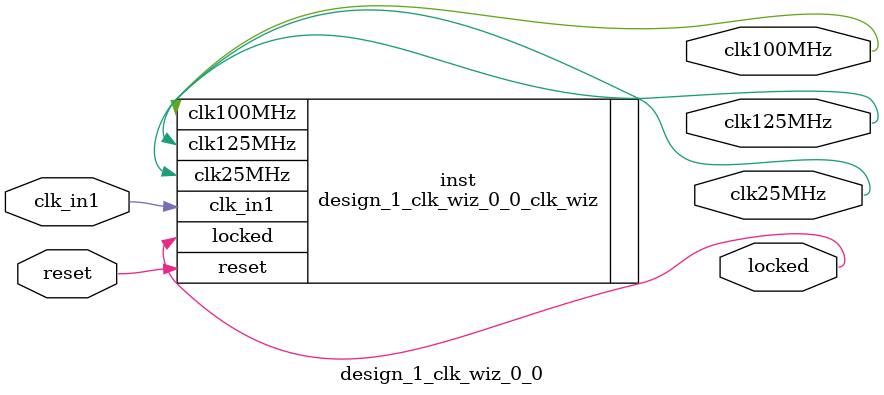
<source format=v>


`timescale 1ps/1ps

(* CORE_GENERATION_INFO = "design_1_clk_wiz_0_0,clk_wiz_v6_0_14_0_0,{component_name=design_1_clk_wiz_0_0,use_phase_alignment=true,use_min_o_jitter=false,use_max_i_jitter=false,use_dyn_phase_shift=false,use_inclk_switchover=false,use_dyn_reconfig=false,enable_axi=0,feedback_source=FDBK_AUTO,PRIMITIVE=MMCM,num_out_clk=3,clkin1_period=12.000,clkin2_period=10.0,use_power_down=false,use_reset=true,use_locked=true,use_inclk_stopped=false,feedback_type=SINGLE,CLOCK_MGR_TYPE=NA,manual_override=false}" *)

module design_1_clk_wiz_0_0 
 (
  // Clock out ports
  output        clk25MHz,
  output        clk125MHz,
  output        clk100MHz,
  // Status and control signals
  input         reset,
  output        locked,
 // Clock in ports
  input         clk_in1
 );

  design_1_clk_wiz_0_0_clk_wiz inst
  (
  // Clock out ports  
  .clk25MHz(clk25MHz),
  .clk125MHz(clk125MHz),
  .clk100MHz(clk100MHz),
  // Status and control signals               
  .reset(reset), 
  .locked(locked),
 // Clock in ports
  .clk_in1(clk_in1)
  );

endmodule

</source>
